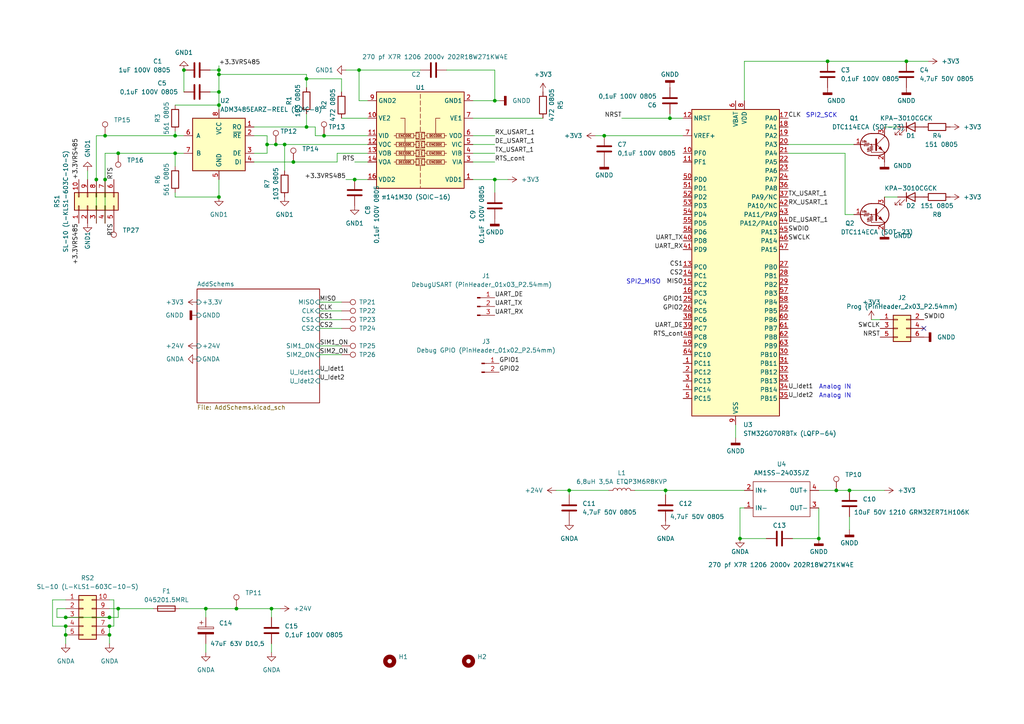
<source format=kicad_sch>
(kicad_sch (version 20230121) (generator eeschema)
  (paper "A4")
  (lib_symbols
    (symbol "Connector:Conn_01x02_Pin" (pin_names (offset 1.016) hide)
      (property "Reference" "J" (at 0 2.54 0))
      (property "Value" "Conn_01x02_Pin" (at 0 -5.08 0))
      (symbol "Conn_01x02_Pin_1_1"
        (pin passive line (at 5.08 0 180) (length 3.81) (name "Pin_1") (number "1"))
        (pin passive line (at 5.08 -2.54 180) (length 3.81) (name "Pin_2") (number "2"))
      )
    )
    (symbol "Connector:Conn_01x03_Pin" (pin_names (offset 1.016) hide)
      (property "Reference" "J" (at 0 5.08 0))
      (property "Value" "Conn_01x03_Pin" (at 0 -5.08 0))
      (symbol "Conn_01x03_Pin_1_1"
        (pin passive line (at 5.08 2.54 180) (length 3.81) (name "Pin_1") (number "1"))
        (pin passive line (at 5.08 0 180) (length 3.81) (name "Pin_2") (number "2"))
        (pin passive line (at 5.08 -2.54 180) (length 3.81) (name "Pin_3") (number "3"))
      )
    )
    (symbol "Connector:TestPoint" (pin_numbers hide) (pin_names (offset 0.762) hide)
      (property "Reference" "TP" (at 0 6.858 0))
      (property "Value" "TestPoint" (at 0 5.08 0))
      (symbol "TestPoint_1_1"
        (pin passive line (at 0 0 90) (length 2.54) (name "1") (number "1"))
      )
    )
    (symbol "Connector_Generic:Conn_02x03_Odd_Even" (pin_names (offset 1.016) hide)
      (property "Reference" "J" (at 1.27 5.08 0))
      (property "Value" "Conn_02x03_Odd_Even" (at 1.27 -5.08 0))
      (symbol "Conn_02x03_Odd_Even_1_1"
        (pin passive line (at -5.08 2.54 0) (length 3.81) (name "Pin_1") (number "1"))
        (pin passive line (at 7.62 2.54 180) (length 3.81) (name "Pin_2") (number "2"))
        (pin passive line (at -5.08 0 0) (length 3.81) (name "Pin_3") (number "3"))
        (pin passive line (at 7.62 0 180) (length 3.81) (name "Pin_4") (number "4"))
        (pin passive line (at -5.08 -2.54 0) (length 3.81) (name "Pin_5") (number "5"))
        (pin passive line (at 7.62 -2.54 180) (length 3.81) (name "Pin_6") (number "6"))
      )
    )
    (symbol "Connector_Generic:Conn_02x05_Counter_Clockwise" (pin_names (offset 1.016) hide)
      (property "Reference" "J" (at 1.27 7.62 0))
      (property "Value" "Conn_02x05_Counter_Clockwise" (at 1.27 -7.62 0))
      (symbol "Conn_02x05_Counter_Clockwise_1_1"
        (pin passive line (at -5.08 5.08 0) (length 3.81) (name "Pin_1") (number "1"))
        (pin passive line (at 7.62 5.08 180) (length 3.81) (name "Pin_10") (number "10"))
        (pin passive line (at -5.08 2.54 0) (length 3.81) (name "Pin_2") (number "2"))
        (pin passive line (at -5.08 0 0) (length 3.81) (name "Pin_3") (number "3"))
        (pin passive line (at -5.08 -2.54 0) (length 3.81) (name "Pin_4") (number "4"))
        (pin passive line (at -5.08 -5.08 0) (length 3.81) (name "Pin_5") (number "5"))
        (pin passive line (at 7.62 -5.08 180) (length 3.81) (name "Pin_6") (number "6"))
        (pin passive line (at 7.62 -2.54 180) (length 3.81) (name "Pin_7") (number "7"))
        (pin passive line (at 7.62 0 180) (length 3.81) (name "Pin_8") (number "8"))
        (pin passive line (at 7.62 2.54 180) (length 3.81) (name "Pin_9") (number "9"))
      )
    )
    (symbol "Converter_DCDC:AM1SS-"
      (property "Reference" "U" (at -1.27 2.54 0))
      (property "Value" "AM1SS-" (at 0 0 0))
      (symbol "AM1SS-_1_1"
        (pin input line (at -8.89 -5.08 0) (length 2.56) (name "IN-") (number "1"))
        (pin input line (at -8.89 -10.16 0) (length 2.56) (name "IN+") (number "2"))
        (pin output line (at 12.7 -5.08 180) (length 2.56) (name "OUT-") (number "3"))
        (pin output line (at 12.7 -10.16 180) (length 2.56) (name "OUT+") (number "4"))
      )
    )
    (symbol "Device:C" (pin_numbers hide) (pin_names (offset 0.254))
      (property "Reference" "C" (at 0.635 2.54 0))
      (property "Value" "C" (at 0.635 -2.54 0))
      (symbol "C_1_1"
        (pin passive line (at 0 3.81 270) (length 2.794) (name "~") (number "1"))
        (pin passive line (at 0 -3.81 90) (length 2.794) (name "~") (number "2"))
      )
    )
    (symbol "Device:C_Polarized" (pin_numbers hide) (pin_names (offset 0.254))
      (property "Reference" "C" (at 0.635 2.54 0))
      (property "Value" "C_Polarized" (at 0.635 -2.54 0))
      (symbol "C_Polarized_1_1"
        (pin passive line (at 0 3.81 270) (length 2.794) (name "~") (number "1"))
        (pin passive line (at 0 -3.81 90) (length 2.794) (name "~") (number "2"))
      )
    )
    (symbol "Device:Fuse" (pin_numbers hide) (pin_names (offset 0))
      (property "Reference" "F" (at 2.032 0 90))
      (property "Value" "Fuse" (at -1.905 0 90))
      (symbol "Fuse_1_1"
        (pin passive line (at 0 3.81 270) (length 1.27) (name "~") (number "1"))
        (pin passive line (at 0 -3.81 90) (length 1.27) (name "~") (number "2"))
      )
    )
    (symbol "Device:L" (pin_numbers hide) (pin_names (offset 1.016) hide)
      (property "Reference" "L" (at -1.27 0 90))
      (property "Value" "L" (at 1.905 0 90))
      (symbol "L_1_1"
        (pin passive line (at 0 3.81 270) (length 1.27) (name "1") (number "1"))
        (pin passive line (at 0 -3.81 90) (length 1.27) (name "2") (number "2"))
      )
    )
    (symbol "Device:LED" (pin_numbers hide) (pin_names (offset 1.016) hide)
      (property "Reference" "D" (at 0 2.54 0))
      (property "Value" "LED" (at 0 -2.54 0))
      (symbol "LED_1_1"
        (pin passive line (at -3.81 0 0) (length 2.54) (name "K") (number "1"))
        (pin passive line (at 3.81 0 180) (length 2.54) (name "A") (number "2"))
      )
    )
    (symbol "Device:R" (pin_numbers hide) (pin_names (offset 0))
      (property "Reference" "R" (at 2.032 0 90))
      (property "Value" "R" (at 0 0 90))
      (symbol "R_1_1"
        (pin passive line (at 0 3.81 270) (length 1.27) (name "~") (number "1"))
        (pin passive line (at 0 -3.81 90) (length 1.27) (name "~") (number "2"))
      )
    )
    (symbol "Interface_UART:SP3485CN" (pin_names (offset 1.016))
      (property "Reference" "U" (at -7.62 8.89 0))
      (property "Value" "SP3485CN" (at 2.54 8.89 0))
      (symbol "SP3485CN_1_1"
        (pin output line (at -10.16 5.08 0) (length 2.54) (name "RO") (number "1"))
        (pin input line (at -10.16 2.54 0) (length 2.54) (name "~{RE}") (number "2"))
        (pin input line (at -10.16 -2.54 0) (length 2.54) (name "DE") (number "3"))
        (pin input line (at -10.16 -5.08 0) (length 2.54) (name "DI") (number "4"))
        (pin power_in line (at 0 -10.16 90) (length 2.54) (name "GND") (number "5"))
        (pin bidirectional line (at 10.16 2.54 180) (length 2.54) (name "A") (number "6"))
        (pin bidirectional line (at 10.16 -2.54 180) (length 2.54) (name "B") (number "7"))
        (pin power_in line (at 0 10.16 270) (length 2.54) (name "VCC") (number "8"))
      )
    )
    (symbol "Isolator:π141M3x"
      (property "Reference" "U" (at 0 19.05 0))
      (property "Value" "π141M3x" (at 0 16.51 0))
      (symbol "π141M3x_0_0"
        (text "DECODE" (at -4.445 0 0) (effects (font (size 0.635 0.635))))
        (text "DECODE" (at 4.445 2.54 0) (effects (font (size 0.635 0.635))))
        (text "DECODE" (at 4.445 5.08 0) (effects (font (size 0.635 0.635))))
        (text "DECODE" (at 4.445 7.62 0) (effects (font (size 0.635 0.635))))
        (text "ENCODE" (at -4.445 2.54 0) (effects (font (size 0.635 0.635))))
        (text "ENCODE" (at -4.445 5.08 0) (effects (font (size 0.635 0.635))))
        (text "ENCODE" (at -4.445 7.62 0) (effects (font (size 0.635 0.635))))
        (text "ENCODE" (at 4.445 0 0) (effects (font (size 0.635 0.635))))
      )
      (symbol "π141M3x_1_1"
        (pin power_in line (at -15.24 12.7 0) (length 2.54) (name "VDD1") (number "1"))
        (pin input line (at 15.24 -5.08 180) (length 2.54) (name "VE2") (number "10"))
        (pin input line (at 15.24 0 180) (length 2.54) (name "VID") (number "11"))
        (pin output line (at 15.24 2.54 180) (length 2.54) (name "VOC") (number "12"))
        (pin output line (at 15.24 5.08 180) (length 2.54) (name "VOB") (number "13"))
        (pin output line (at 15.24 7.62 180) (length 2.54) (name "VOA") (number "14"))
        (pin passive line (at 15.24 -10.16 180) (length 2.54) hide (name "GND2") (number "15"))
        (pin power_in line (at 15.24 12.7 180) (length 2.54) (name "VDD2") (number "16"))
        (pin power_in line (at -15.24 -10.16 0) (length 2.54) (name "GND1") (number "2"))
        (pin input line (at -15.24 7.62 0) (length 2.54) (name "VIA") (number "3"))
        (pin input line (at -15.24 5.08 0) (length 2.54) (name "VIB") (number "4"))
        (pin input line (at -15.24 2.54 0) (length 2.54) (name "VIC") (number "5"))
        (pin output line (at -15.24 0 0) (length 2.54) (name "VOD") (number "6"))
        (pin input line (at -15.24 -5.08 0) (length 2.54) (name "VE1") (number "7"))
        (pin passive line (at -15.24 -10.16 0) (length 2.54) hide (name "GND1") (number "8"))
        (pin power_in line (at 15.24 -10.16 180) (length 2.54) (name "GND2") (number "9"))
      )
    )
    (symbol "MCU_ST_STM32G0:STM32G070RBTx"
      (property "Reference" "U" (at -12.7 46.99 0))
      (property "Value" "STM32G070RBTx" (at 5.08 46.99 0))
      (symbol "STM32G070RBTx_1_1"
        (pin bidirectional line (at -15.24 -27.94 0) (length 2.54) (name "PC11") (number "1"))
        (pin bidirectional line (at -15.24 33.02 0) (length 2.54) (name "PF0") (number "10"))
        (pin bidirectional line (at -15.24 30.48 0) (length 2.54) (name "PF1") (number "11"))
        (pin input line (at -15.24 43.18 0) (length 2.54) (name "NRST") (number "12"))
        (pin bidirectional line (at -15.24 0 0) (length 2.54) (name "PC0") (number "13"))
        (pin bidirectional line (at -15.24 -2.54 0) (length 2.54) (name "PC1") (number "14"))
        (pin bidirectional line (at -15.24 -5.08 0) (length 2.54) (name "PC2") (number "15"))
        (pin bidirectional line (at -15.24 -7.62 0) (length 2.54) (name "PC3") (number "16"))
        (pin bidirectional line (at 15.24 43.18 180) (length 2.54) (name "PA0") (number "17"))
        (pin bidirectional line (at 15.24 40.64 180) (length 2.54) (name "PA1") (number "18"))
        (pin bidirectional line (at 15.24 38.1 180) (length 2.54) (name "PA2") (number "19"))
        (pin bidirectional line (at -15.24 -30.48 0) (length 2.54) (name "PC12") (number "2"))
        (pin bidirectional line (at 15.24 35.56 180) (length 2.54) (name "PA3") (number "20"))
        (pin bidirectional line (at 15.24 33.02 180) (length 2.54) (name "PA4") (number "21"))
        (pin bidirectional line (at 15.24 30.48 180) (length 2.54) (name "PA5") (number "22"))
        (pin bidirectional line (at 15.24 27.94 180) (length 2.54) (name "PA6") (number "23"))
        (pin bidirectional line (at 15.24 25.4 180) (length 2.54) (name "PA7") (number "24"))
        (pin bidirectional line (at -15.24 -10.16 0) (length 2.54) (name "PC4") (number "25"))
        (pin bidirectional line (at -15.24 -12.7 0) (length 2.54) (name "PC5") (number "26"))
        (pin bidirectional line (at 15.24 0 180) (length 2.54) (name "PB0") (number "27"))
        (pin bidirectional line (at 15.24 -2.54 180) (length 2.54) (name "PB1") (number "28"))
        (pin bidirectional line (at 15.24 -5.08 180) (length 2.54) (name "PB2") (number "29"))
        (pin bidirectional line (at -15.24 -33.02 0) (length 2.54) (name "PC13") (number "3"))
        (pin bidirectional line (at 15.24 -25.4 180) (length 2.54) (name "PB10") (number "30"))
        (pin bidirectional line (at 15.24 -27.94 180) (length 2.54) (name "PB11") (number "31"))
        (pin bidirectional line (at 15.24 -30.48 180) (length 2.54) (name "PB12") (number "32"))
        (pin bidirectional line (at 15.24 -33.02 180) (length 2.54) (name "PB13") (number "33"))
        (pin bidirectional line (at 15.24 -35.56 180) (length 2.54) (name "PB14") (number "34"))
        (pin bidirectional line (at 15.24 -38.1 180) (length 2.54) (name "PB15") (number "35"))
        (pin bidirectional line (at 15.24 22.86 180) (length 2.54) (name "PA8") (number "36"))
        (pin bidirectional line (at 15.24 20.32 180) (length 2.54) (name "PA9/NC") (number "37"))
        (pin bidirectional line (at -15.24 -15.24 0) (length 2.54) (name "PC6") (number "38"))
        (pin bidirectional line (at -15.24 -17.78 0) (length 2.54) (name "PC7") (number "39"))
        (pin bidirectional line (at -15.24 -35.56 0) (length 2.54) (name "PC14") (number "4"))
        (pin bidirectional line (at -15.24 7.62 0) (length 2.54) (name "PD8") (number "40"))
        (pin bidirectional line (at -15.24 5.08 0) (length 2.54) (name "PD9") (number "41"))
        (pin bidirectional line (at 15.24 17.78 180) (length 2.54) (name "PA10/NC") (number "42"))
        (pin bidirectional line (at 15.24 15.24 180) (length 2.54) (name "PA11/PA9") (number "43"))
        (pin bidirectional line (at 15.24 12.7 180) (length 2.54) (name "PA12/PA10") (number "44"))
        (pin bidirectional line (at 15.24 10.16 180) (length 2.54) (name "PA13") (number "45"))
        (pin bidirectional line (at 15.24 7.62 180) (length 2.54) (name "PA14") (number "46"))
        (pin bidirectional line (at 15.24 5.08 180) (length 2.54) (name "PA15") (number "47"))
        (pin bidirectional line (at -15.24 -20.32 0) (length 2.54) (name "PC8") (number "48"))
        (pin bidirectional line (at -15.24 -22.86 0) (length 2.54) (name "PC9") (number "49"))
        (pin bidirectional line (at -15.24 -38.1 0) (length 2.54) (name "PC15") (number "5"))
        (pin bidirectional line (at -15.24 25.4 0) (length 2.54) (name "PD0") (number "50"))
        (pin bidirectional line (at -15.24 22.86 0) (length 2.54) (name "PD1") (number "51"))
        (pin bidirectional line (at -15.24 20.32 0) (length 2.54) (name "PD2") (number "52"))
        (pin bidirectional line (at -15.24 17.78 0) (length 2.54) (name "PD3") (number "53"))
        (pin bidirectional line (at -15.24 15.24 0) (length 2.54) (name "PD4") (number "54"))
        (pin bidirectional line (at -15.24 12.7 0) (length 2.54) (name "PD5") (number "55"))
        (pin bidirectional line (at -15.24 10.16 0) (length 2.54) (name "PD6") (number "56"))
        (pin bidirectional line (at 15.24 -7.62 180) (length 2.54) (name "PB3") (number "57"))
        (pin bidirectional line (at 15.24 -10.16 180) (length 2.54) (name "PB4") (number "58"))
        (pin bidirectional line (at 15.24 -12.7 180) (length 2.54) (name "PB5") (number "59"))
        (pin power_in line (at 0 48.26 270) (length 2.54) (name "VBAT") (number "6"))
        (pin bidirectional line (at 15.24 -15.24 180) (length 2.54) (name "PB6") (number "60"))
        (pin bidirectional line (at 15.24 -17.78 180) (length 2.54) (name "PB7") (number "61"))
        (pin bidirectional line (at 15.24 -20.32 180) (length 2.54) (name "PB8") (number "62"))
        (pin bidirectional line (at 15.24 -22.86 180) (length 2.54) (name "PB9") (number "63"))
        (pin bidirectional line (at -15.24 -25.4 0) (length 2.54) (name "PC10") (number "64"))
        (pin input line (at -15.24 38.1 0) (length 2.54) (name "VREF+") (number "7"))
        (pin power_in line (at 2.54 48.26 270) (length 2.54) (name "VDD") (number "8"))
        (pin power_in line (at 0 -45.72 90) (length 2.54) (name "VSS") (number "9"))
      )
    )
    (symbol "Mechanical:MountingHole" (pin_names (offset 1.016))
      (property "Reference" "H" (at 0 5.08 0))
      (property "Value" "MountingHole" (at 0 3.175 0))
    )
    (symbol "PCM_4ms_Power-symbol:GNDA" (power) (pin_numbers hide) (pin_names (offset 0) hide)
      (property "Value" "GNDA" (at 0 -3.81 0))
      (symbol "GNDA_1_1"
        (pin power_in line (at 0 0 270) (length 0) hide (name "GNDA") (number "1"))
      )
    )
    (symbol "Transistor_BJT:DTC114E" (pin_names (offset 0) hide)
      (property "Reference" "Q" (at 5.08 1.905 0))
      (property "Value" "DTC114E" (at 5.08 0 0))
      (symbol "DTC114E_0_0"
        (text "10k" (at -3.302 0.889 0) (effects (font (size 0.508 0.508))))
        (text "10k" (at -2.159 -1.524 900) (effects (font (size 0.508 0.508))))
      )
      (symbol "DTC114E_1_1"
        (pin input line (at -6.35 0 0) (length 2.54) (name "B") (number "1"))
        (pin passive line (at 2.54 -5.08 90) (length 2.54) (name "E") (number "2"))
        (pin passive line (at 2.54 5.08 270) (length 2.54) (name "C") (number "3"))
      )
    )
    (symbol "power:+24V" (power) (pin_numbers hide) (pin_names (offset 0) hide)
      (property "Value" "+24V" (at 0 3.556 0))
      (symbol "+24V_1_1"
        (pin power_in line (at 0 0 90) (length 0) hide (name "+24V") (number "1"))
      )
    )
    (symbol "power:+3V3" (power) (pin_numbers hide) (pin_names (offset 0) hide)
      (property "Value" "+3V3" (at 0 3.556 0))
      (symbol "+3V3_1_1"
        (pin power_in line (at 0 0 90) (length 0) hide (name "+3V3") (number "1"))
      )
    )
    (symbol "power:GND1" (power) (pin_numbers hide) (pin_names (offset 0) hide)
      (property "Value" "GND1" (at 0 -3.81 0))
      (symbol "GND1_1_1"
        (pin power_in line (at 0 0 270) (length 0) hide (name "GND1") (number "1"))
      )
    )
    (symbol "power:GNDD" (power) (pin_numbers hide) (pin_names (offset 0) hide)
      (property "Value" "GNDD" (at 0 -3.175 0))
      (symbol "GNDD_1_1"
        (pin power_in line (at 0 0 270) (length 0) hide (name "GNDD") (number "1"))
      )
    )
  )
  (junction (at 240.03 17.78))
  (junction (at 19.05 184.15))
  (junction (at 34.29 176.53))
  (junction (at 165.1 142.24))
  (junction (at 27.94 52.07))
  (junction (at 31.75 181.61))
  (junction (at 63.5 20.32))
  (junction (at 104.14 20.32))
  (junction (at 63.5 57.15))
  (junction (at 77.47 41.91))
  (junction (at 193.04 142.24))
  (junction (at 143.51 29.21))
  (junction (at 63.5 30.48))
  (junction (at 214.63 156.21))
  (junction (at 78.74 176.53))
  (junction (at 50.8 44.45))
  (junction (at 88.9 22.86))
  (junction (at 194.31 34.29))
  (junction (at 85.09 46.99))
  (junction (at 31.75 179.07))
  (junction (at 88.9 36.83))
  (junction (at 19.05 181.61))
  (junction (at 102.87 52.07))
  (junction (at 143.51 52.07))
  (junction (at 50.8 39.37))
  (junction (at 63.5 26.67))
  (junction (at 30.48 39.37))
  (junction (at 31.75 184.15))
  (junction (at 34.29 44.45))
  (junction (at 63.5 21.59))
  (junction (at 30.48 52.07))
  (junction (at 19.05 179.07))
  (junction (at 242.57 142.24))
  (junction (at 82.55 41.91))
  (junction (at 175.26 39.37))
  (junction (at 237.49 156.21))
  (junction (at 53.34 20.32))
  (junction (at 246.38 142.24))
  (junction (at 80.01 41.91))
  (junction (at 262.89 17.78))
  (junction (at 68.58 176.53))
  (junction (at 93.98 39.37))
  (junction (at 59.69 176.53))
  (no_connect (at 267.97 95.25))
  (wire (pts (xy 68.58 176.53) (xy 78.74 176.53)))
  (wire (pts (xy 50.8 48.26) (xy 50.8 44.45)))
  (wire (pts (xy 161.29 142.24) (xy 165.1 142.24)))
  (wire (pts (xy 63.5 52.07) (xy 63.5 57.15)))
  (wire (pts (xy 63.5 21.59) (xy 88.9 21.59)))
  (wire (pts (xy 88.9 36.83) (xy 73.66 36.83)))
  (wire (pts (xy 88.9 33.02) (xy 88.9 36.83)))
  (wire (pts (xy 137.16 34.29) (xy 157.48 34.29)))
  (wire (pts (xy 198.12 34.29) (xy 194.31 34.29)))
  (wire (pts (xy 30.48 44.45) (xy 30.48 52.07)))
  (wire (pts (xy 260.35 36.83) (xy 256.54 36.83)))
  (wire (pts (xy 180.34 34.29) (xy 194.31 34.29)))
  (wire (pts (xy 143.51 52.07) (xy 147.32 52.07)))
  (wire (pts (xy 245.11 62.23) (xy 247.65 62.23)))
  (wire (pts (xy 215.9 17.78) (xy 215.9 29.21)))
  (wire (pts (xy 73.66 39.37) (xy 77.47 39.37)))
  (wire (pts (xy 99.06 26.67) (xy 99.06 22.86)))
  (wire (pts (xy 104.14 29.21) (xy 106.68 29.21)))
  (wire (pts (xy 91.44 36.83) (xy 91.44 39.37)))
  (wire (pts (xy 213.36 123.19) (xy 213.36 127)))
  (wire (pts (xy 52.07 176.53) (xy 59.69 176.53)))
  (wire (pts (xy 91.44 39.37) (xy 93.98 39.37)))
  (wire (pts (xy 143.51 20.32) (xy 143.51 29.21)))
  (wire (pts (xy 97.79 46.99) (xy 97.79 44.45)))
  (wire (pts (xy 165.1 143.51) (xy 165.1 142.24)))
  (wire (pts (xy 33.02 173.99) (xy 33.02 181.61)))
  (wire (pts (xy 92.71 100.33) (xy 99.06 100.33)))
  (wire (pts (xy 97.79 44.45) (xy 106.68 44.45)))
  (wire (pts (xy 137.16 29.21) (xy 143.51 29.21)))
  (wire (pts (xy 31.75 184.15) (xy 31.75 186.69)))
  (wire (pts (xy 137.16 46.99) (xy 143.51 46.99)))
  (wire (pts (xy 77.47 44.45) (xy 73.66 44.45)))
  (wire (pts (xy 92.71 87.63) (xy 99.06 87.63)))
  (wire (pts (xy 31.75 176.53) (xy 34.29 176.53)))
  (wire (pts (xy 19.05 176.53) (xy 16.51 176.53)))
  (wire (pts (xy 228.6 44.45) (xy 245.11 44.45)))
  (wire (pts (xy 104.14 20.32) (xy 121.92 20.32)))
  (wire (pts (xy 50.8 30.48) (xy 63.5 30.48)))
  (wire (pts (xy 25.4 49.53) (xy 25.4 52.07)))
  (wire (pts (xy 78.74 189.23) (xy 78.74 186.69)))
  (wire (pts (xy 27.94 39.37) (xy 30.48 39.37)))
  (wire (pts (xy 15.24 173.99) (xy 15.24 181.61)))
  (wire (pts (xy 240.03 17.78) (xy 262.89 17.78)))
  (wire (pts (xy 78.74 176.53) (xy 78.74 179.07)))
  (wire (pts (xy 82.55 41.91) (xy 82.55 49.53)))
  (wire (pts (xy 60.96 20.32) (xy 63.5 20.32)))
  (wire (pts (xy 228.6 41.91) (xy 247.65 41.91)))
  (wire (pts (xy 165.1 142.24) (xy 176.53 142.24)))
  (wire (pts (xy 63.5 21.59) (xy 63.5 26.67)))
  (wire (pts (xy 34.29 179.07) (xy 34.29 176.53)))
  (wire (pts (xy 63.5 30.48) (xy 63.5 31.75)))
  (wire (pts (xy 31.75 181.61) (xy 31.75 184.15)))
  (wire (pts (xy 143.51 29.21) (xy 144.78 29.21)))
  (wire (pts (xy 77.47 41.91) (xy 77.47 44.45)))
  (wire (pts (xy 81.28 176.53) (xy 78.74 176.53)))
  (wire (pts (xy 184.15 142.24) (xy 193.04 142.24)))
  (wire (pts (xy 102.87 46.99) (xy 106.68 46.99)))
  (wire (pts (xy 30.48 44.45) (xy 34.29 44.45)))
  (wire (pts (xy 229.87 156.21) (xy 237.49 156.21)))
  (wire (pts (xy 129.54 20.32) (xy 143.51 20.32)))
  (wire (pts (xy 85.09 46.99) (xy 97.79 46.99)))
  (wire (pts (xy 27.94 39.37) (xy 27.94 52.07)))
  (wire (pts (xy 137.16 39.37) (xy 143.51 39.37)))
  (wire (pts (xy 194.31 34.29) (xy 194.31 33.02)))
  (wire (pts (xy 50.8 57.15) (xy 63.5 57.15)))
  (wire (pts (xy 19.05 181.61) (xy 19.05 184.15)))
  (wire (pts (xy 77.47 41.91) (xy 80.01 41.91)))
  (wire (pts (xy 92.71 95.25) (xy 99.06 95.25)))
  (wire (pts (xy 245.11 44.45) (xy 245.11 62.23)))
  (wire (pts (xy 91.44 36.83) (xy 88.9 36.83)))
  (wire (pts (xy 31.75 179.07) (xy 34.29 179.07)))
  (wire (pts (xy 34.29 176.53) (xy 44.45 176.53)))
  (wire (pts (xy 59.69 176.53) (xy 59.69 179.07)))
  (wire (pts (xy 100.33 52.07) (xy 102.87 52.07)))
  (wire (pts (xy 252.73 92.71) (xy 255.27 92.71)))
  (wire (pts (xy 256.54 57.15) (xy 260.35 57.15)))
  (wire (pts (xy 92.71 90.17) (xy 99.06 90.17)))
  (wire (pts (xy 53.34 20.32) (xy 53.34 26.67)))
  (wire (pts (xy 50.8 44.45) (xy 53.34 44.45)))
  (wire (pts (xy 19.05 184.15) (xy 19.05 186.69)))
  (wire (pts (xy 193.04 143.51) (xy 193.04 142.24)))
  (wire (pts (xy 63.5 19.05) (xy 63.5 20.32)))
  (wire (pts (xy 50.8 39.37) (xy 53.34 39.37)))
  (wire (pts (xy 80.01 41.91) (xy 82.55 41.91)))
  (wire (pts (xy 77.47 39.37) (xy 77.47 41.91)))
  (wire (pts (xy 237.49 142.24) (xy 242.57 142.24)))
  (wire (pts (xy 16.51 176.53) (xy 16.51 179.07)))
  (wire (pts (xy 242.57 142.24) (xy 246.38 142.24)))
  (wire (pts (xy 104.14 20.32) (xy 104.14 29.21)))
  (wire (pts (xy 33.02 181.61) (xy 31.75 181.61)))
  (wire (pts (xy 214.63 156.21) (xy 222.25 156.21)))
  (wire (pts (xy 50.8 55.88) (xy 50.8 57.15)))
  (wire (pts (xy 262.89 17.78) (xy 269.24 17.78)))
  (wire (pts (xy 82.55 41.91) (xy 106.68 41.91)))
  (wire (pts (xy 214.63 147.32) (xy 214.63 156.21)))
  (wire (pts (xy 215.9 17.78) (xy 240.03 17.78)))
  (wire (pts (xy 102.87 52.07) (xy 106.68 52.07)))
  (wire (pts (xy 59.69 176.53) (xy 68.58 176.53)))
  (wire (pts (xy 63.5 20.32) (xy 63.5 21.59)))
  (wire (pts (xy 172.72 39.37) (xy 175.26 39.37)))
  (wire (pts (xy 88.9 22.86) (xy 88.9 25.4)))
  (wire (pts (xy 99.06 34.29) (xy 106.68 34.29)))
  (wire (pts (xy 59.69 186.69) (xy 59.69 189.23)))
  (wire (pts (xy 63.5 26.67) (xy 63.5 30.48)))
  (wire (pts (xy 30.48 64.77) (xy 30.48 52.07)))
  (wire (pts (xy 88.9 22.86) (xy 99.06 22.86)))
  (wire (pts (xy 137.16 41.91) (xy 143.51 41.91)))
  (wire (pts (xy 92.71 92.71) (xy 99.06 92.71)))
  (wire (pts (xy 50.8 38.1) (xy 50.8 39.37)))
  (wire (pts (xy 215.9 147.32) (xy 214.63 147.32)))
  (wire (pts (xy 60.96 26.67) (xy 63.5 26.67)))
  (wire (pts (xy 15.24 181.61) (xy 19.05 181.61)))
  (wire (pts (xy 237.49 147.32) (xy 237.49 156.21)))
  (wire (pts (xy 137.16 52.07) (xy 143.51 52.07)))
  (wire (pts (xy 19.05 179.07) (xy 31.75 179.07)))
  (wire (pts (xy 100.33 20.32) (xy 104.14 20.32)))
  (wire (pts (xy 88.9 22.86) (xy 88.9 21.59)))
  (wire (pts (xy 93.98 39.37) (xy 106.68 39.37)))
  (wire (pts (xy 30.48 39.37) (xy 50.8 39.37)))
  (wire (pts (xy 16.51 179.07) (xy 19.05 179.07)))
  (wire (pts (xy 31.75 173.99) (xy 33.02 173.99)))
  (wire (pts (xy 175.26 39.37) (xy 198.12 39.37)))
  (wire (pts (xy 27.94 64.77) (xy 27.94 52.07)))
  (wire (pts (xy 193.04 142.24) (xy 215.9 142.24)))
  (wire (pts (xy 137.16 44.45) (xy 143.51 44.45)))
  (wire (pts (xy 143.51 52.07) (xy 143.51 55.88)))
  (wire (pts (xy 34.29 44.45) (xy 50.8 44.45)))
  (wire (pts (xy 19.05 173.99) (xy 15.24 173.99)))
  (wire (pts (xy 246.38 142.24) (xy 256.54 142.24)))
  (wire (pts (xy 92.71 102.87) (xy 99.06 102.87)))
  (wire (pts (xy 73.66 46.99) (xy 85.09 46.99)))
  (wire (pts (xy 246.38 149.86) (xy 246.38 153.67)))
  (text "SPI2_SCK" (at 233.68 34.29 0) (effects (font (size 1.27 1.27)) (justify left bottom)))
  (text "Analog IN" (at 237.49 115.57 0) (effects (font (size 1.27 1.27)) (justify left bottom)))
  (text "SPI2_MISO" (at 181.61 82.55 0) (effects (font (size 1.27 1.27)) (justify left bottom)))
  (text "Analog IN" (at 237.49 113.03 0) (effects (font (size 1.27 1.27)) (justify left bottom)))
  (label "SIM1_ON" (at 92.71 100.33 0))
  (label "+3.3VRS485" (at 63.5 19.05 0))
  (label "RX_USART_1" (at 228.6 59.69 0))
  (label "GPIO2" (at 144.78 107.95 0))
  (label "CLK" (at 228.6 34.29 0))
  (label "RTS" (at 33.02 52.07 90))
  (label "U_Idet2" (at 92.71 110.49 0))
  (label "MISO" (at 198.12 82.55 180))
  (label "CS2" (at 198.12 80.01 180))
  (label "SWDIO" (at 228.6 67.31 0))
  (label "RTS_cont" (at 198.12 97.79 180))
  (label "UART_TX" (at 198.12 69.85 180))
  (label "NRST" (at 180.34 34.29 180))
  (label "MISO" (at 92.71 87.63 0))
  (label "GPIO2" (at 198.12 90.17 180))
  (label "UART_RX" (at 198.12 72.39 180))
  (label "UART_DE" (at 198.12 95.25 180))
  (label "SWCLK" (at 255.27 95.25 180))
  (label "+3.3VRS485" (at 100.33 52.07 180))
  (label "+3.3VRS485" (at 22.86 64.77 270))
  (label "DE_USART_1" (at 228.6 64.77 0))
  (label "UART_RX" (at 143.51 91.44 0))
  (label "U_Idet2" (at 228.6 115.57 0))
  (label "TX_USART_1" (at 143.51 44.45 0))
  (label "CS2" (at 92.71 95.25 0))
  (label "CS1" (at 92.71 92.71 0))
  (label "DE_USART_1" (at 143.51 41.91 0))
  (label "RX_USART_1" (at 143.51 39.37 0))
  (label "RTS" (at 102.87 46.99 180))
  (label "SWCLK" (at 228.6 69.85 0))
  (label "RTS_cont" (at 143.51 46.99 0))
  (label "TX_USART_1" (at 228.6 57.15 0))
  (label "NRST" (at 255.27 97.79 180))
  (label "SWDIO" (at 267.97 92.71 0))
  (label "CLK" (at 92.71 90.17 0))
  (label "GPIO1" (at 198.12 87.63 180))
  (label "RTS" (at 33.02 64.77 270))
  (label "UART_DE" (at 143.51 86.36 0))
  (label "GPIO1" (at 144.78 105.41 0))
  (label "+3.3VRS485" (at 22.86 52.07 90))
  (label "SIM2_ON" (at 92.71 102.87 0))
  (label "U_Idet1" (at 92.71 107.95 0))
  (label "CS1" (at 198.12 77.47 180))
  (label "UART_TX" (at 143.51 88.9 0))
  (label "U_Idet1" (at 228.6 113.03 0))
  (symbol (lib_id "Connector:TestPoint") (at 68.58 176.53 0) (unit 1) (in_bom no)
    (property "Reference" "TP11" (at 71.12 171.958 0) (effects (justify left)))
    (property "Value" "TestPoint" (effects hide))
    (property "Footprint" "PCM_4ms_TestPoint:TestPoint_D1" (effects hide))
  )
  (symbol (lib_id "Connector:Conn_01x03_Pin") (at 138.43 88.9 0) (unit 1)
    (property "Reference" "J1" (at 140.97 80.01 0))
    (property "Value" "DebugUSART (PinHeader_01x03_P2.54mm)" (at 139.7 82.55 0))
    (property "Footprint" "Connector_PinHeader_2.54mm:PinHeader_1x03_P2.54mm_Vertical" (effects hide))
  )
  (symbol (lib_id "Device:R") (at 50.8 52.07 180) (unit 1)
    (property "Reference" "R6" (at 45.72 52.07 90))
    (property "Value" "561 0805" (at 48.26 52.07 90))
    (property "Footprint" "PCM_4ms_Resistor:R_0805_2012Metric" (effects hide))
  )
  (symbol (lib_id "PCM_4ms_Power-symbol:GNDA") (at 165.1 151.13 0) (unit 1)
    (property "Reference" "#PWR026" (effects hide))
    (property "Value" "GNDA" (at 165.1 156.21 0))
  )
  (symbol (lib_id "Connector:TestPoint") (at 80.01 41.91 0) (unit 1) (in_bom no)
    (property "Reference" "TP12" (at 81.28 38.1 0) (effects (justify left)))
    (property "Value" "TestPoint" (effects hide))
    (property "Footprint" "PCM_4ms_TestPoint:TestPoint_D1" (effects hide))
  )
  (symbol (lib_id "power:GNDD") (at 240.03 25.4 0) (unit 1)
    (property "Reference" "#PWR05" (effects hide))
    (property "Value" "GNDD" (at 242.57 29.21 0))
  )
  (symbol (lib_id "Device:C") (at 78.74 182.88 0) (unit 1)
    (property "Reference" "C15" (at 82.55 181.61 0) (effects (justify left)))
    (property "Value" "0,1uF 100V 0805" (at 82.55 184.15 0) (effects (justify left)))
    (property "Footprint" "Capacitor_SMD:C_0805_2012Metric_Pad1.18x1.45mm_HandSolder" (effects hide))
  )
  (symbol (lib_id "power:GND1") (at 63.5 57.15 0) (unit 1)
    (property "Reference" "#PWR013" (effects hide))
    (property "Value" "GND1" (at 63.5 62.23 0))
  )
  (symbol (lib_id "power:GNDD") (at 267.97 97.79 90) (unit 1)
    (property "Reference" "#PWR022" (effects hide))
    (property "Value" "GNDD" (at 271.78 97.79 90) (effects (justify right)))
  )
  (symbol (lib_id "Connector:TestPoint") (at 33.02 64.77 180) (unit 1) (in_bom no)
    (property "Reference" "TP27" (at 35.56 66.802 0) (effects (justify right)))
    (property "Value" "TestPoint" (effects hide))
    (property "Footprint" "PCM_4ms_TestPoint:TestPoint_D1" (effects hide))
  )
  (symbol (lib_id "Device:Fuse") (at 48.26 176.53 90) (unit 1)
    (property "Reference" "F1" (at 48.26 171.45 90))
    (property "Value" "045201.5MRL" (at 48.26 173.99 90))
    (property "Footprint" "PCM_Fuse_Handsoldering_AKL:Fuse_Littelfuse-NANO2-451_453" (effects hide))
  )
  (symbol (lib_id "power:GNDD") (at 194.31 25.4 180) (unit 1)
    (property "Reference" "#PWR04" (effects hide))
    (property "Value" "GNDD" (at 194.31 21.59 0))
  )
  (symbol (lib_id "power:GNDD") (at 57.15 91.44 270) (unit 1)
    (property "Reference" "#PWR063" (effects hide))
    (property "Value" "GNDD" (at 53.34 91.44 90) (effects (justify right)))
  )
  (symbol (lib_id "Connector:TestPoint") (at 34.29 44.45 180) (unit 1) (in_bom no)
    (property "Reference" "TP16" (at 36.83 46.482 0) (effects (justify right)))
    (property "Value" "TestPoint" (effects hide))
    (property "Footprint" "PCM_4ms_TestPoint:TestPoint_D1" (effects hide))
  )
  (symbol (lib_id "Connector_Generic:Conn_02x05_Counter_Clockwise") (at 24.13 179.07 0) (unit 1) (in_bom no)
    (property "Reference" "RS2" (at 25.4 167.64 0))
    (property "Value" "SL-10 (L-KLS1-603C-10-S)" (at 25.4 170.18 0))
    (property "Footprint" "Connector:Edge_Conn_KLS1-603-10" (effects hide))
  )
  (symbol (lib_id "power:GND1") (at 25.4 49.53 180) (unit 1)
    (property "Reference" "#PWR012" (effects hide))
    (property "Value" "GND1" (at 25.4 45.72 90) (effects (justify right)))
  )
  (symbol (lib_id "Isolator:π141M3x") (at 121.92 39.37 180) (unit 1)
    (property "Reference" "U1" (at 121.92 25.4 0))
    (property "Value" "π141M30 (SOIC-16)" (at 120.65 57.15 0))
    (property "Footprint" "Package_SO:SOIC-16_3.9x9.9mm_P1.27mm" (effects hide))
    (property "Datasheet" "https://wmsc.lcsc.com/wmsc/upload/file/pdf/v2/lcsc/2001082007_2Pai-Semi--141M30_C471604.pdf" (effects hide))
  )
  (symbol (lib_id "Device:C") (at 175.26 43.18 0) (unit 1)
    (property "Reference" "C7" (at 179.07 41.91 0) (effects (justify left)))
    (property "Value" "0,1uF 100V 0805" (at 179.07 44.45 0) (effects (justify left)))
    (property "Footprint" "Capacitor_SMD:C_0805_2012Metric_Pad1.18x1.45mm_HandSolder" (effects hide))
  )
  (symbol (lib_id "power:GND1") (at 100.33 20.32 270) (unit 1)
    (property "Reference" "#PWR03" (effects hide))
    (property "Value" "GND1" (at 91.44 20.32 90) (effects (justify left)))
  )
  (symbol (lib_id "Device:C") (at 246.38 146.05 0) (unit 1)
    (property "Reference" "C10" (at 250.19 144.78 0) (effects (justify left)))
    (property "Value" "10uF 50V 1210 GRM32ER71H106K" (at 247.65 148.59 0) (effects (justify left)))
    (property "Footprint" "PCM_Capacitor_SMD_AKL:C_1210_3225Metric_Pad1.42x2.65mm_HandSolder" (effects hide))
  )
  (symbol (lib_id "power:GNDD") (at 175.26 46.99 0) (unit 1)
    (property "Reference" "#PWR010" (effects hide))
    (property "Value" "GNDD" (at 175.26 50.8 0))
  )
  (symbol (lib_id "Connector:TestPoint") (at 99.06 92.71 270) (unit 1)
    (property "Reference" "TP23" (at 104.14 92.71 90) (effects (justify left)))
    (property "Value" "TestPoint" (effects hide))
    (property "Footprint" "PCM_4ms_TestPoint:TestPoint_D1" (effects hide))
  )
  (symbol (lib_id "Connector:TestPoint") (at 93.98 39.37 0) (unit 1) (in_bom no)
    (property "Reference" "TP13" (at 95.25 36.83 0) (effects (justify left)))
    (property "Value" "TestPoint" (effects hide))
    (property "Footprint" "PCM_4ms_TestPoint:TestPoint_D1" (effects hide))
  )
  (symbol (lib_id "MCU_ST_STM32G0:STM32G070RBTx") (at 213.36 77.47 0) (unit 1)
    (property "Reference" "U3" (at 215.5541 123.19 0) (effects (justify left)))
    (property "Value" "STM32G070RBTx (LQFP-64)" (at 215.5541 125.73 0) (effects (justify left)))
    (property "Footprint" "Package_QFP:LQFP-64_10x10mm_P0.5mm" (effects hide))
    (property "Datasheet" "https://www.st.com/resource/en/datasheet/stm32g070rb.pdf" (effects hide))
  )
  (symbol (lib_id "Transistor_BJT:DTC114E") (at 254 62.23 0) (unit 1)
    (property "Reference" "Q2" (at 245.11 64.77 0) (effects (justify left)))
    (property "Value" "DTC114ECA (SOT-23)" (at 243.84 67.31 0) (effects (justify left)))
    (property "Footprint" "Package_TO_SOT_SMD:SOT-23" (effects hide))
  )
  (symbol (lib_id "Device:C") (at 193.04 147.32 0) (unit 1)
    (property "Reference" "C12" (at 196.85 146.05 0) (effects (justify left)))
    (property "Value" "4,7uF 50V 0805" (at 194.31 149.86 0) (effects (justify left)))
    (property "Footprint" "Capacitor_SMD:C_0805_2012Metric_Pad1.18x1.45mm_HandSolder" (effects hide))
  )
  (symbol (lib_id "Connector:TestPoint") (at 99.06 102.87 270) (unit 1)
    (property "Reference" "TP26" (at 104.14 102.87 90) (effects (justify left)))
    (property "Value" "TestPoint" (effects hide))
    (property "Footprint" "PCM_4ms_TestPoint:TestPoint_D1" (effects hide))
  )
  (symbol (lib_id "Mechanical:MountingHole") (at 135.89 191.77 0) (unit 1) (in_bom no)
    (property "Reference" "H2" (at 138.43 190.5 0) (effects (justify left)))
    (property "Value" "MountingHole" (effects hide))
    (property "Footprint" "MountingHole:MountingHole_3.2mm_M3" (effects hide))
  )
  (symbol (lib_id "Mechanical:MountingHole") (at 113.03 191.77 0) (unit 1) (in_bom no)
    (property "Reference" "H1" (at 115.57 190.5 0) (effects (justify left)))
    (property "Value" "MountingHole" (effects hide))
    (property "Footprint" "MountingHole:MountingHole_3.2mm_M3" (effects hide))
  )
  (symbol (lib_id "Connector:Conn_01x02_Pin") (at 139.7 105.41 0) (unit 1)
    (property "Reference" "J3" (at 140.97 99.06 0))
    (property "Value" "Debug GPIO (PinHeader_01x02_P2.54mm)" (at 140.97 101.6 0))
    (property "Footprint" "Connector_PinHeader_2.54mm:PinHeader_1x02_P2.54mm_Vertical" (effects hide))
  )
  (symbol (lib_id "Device:R") (at 50.8 34.29 180) (unit 1)
    (property "Reference" "R3" (at 45.72 34.29 90))
    (property "Value" "561 0805" (at 48.26 34.29 90))
    (property "Footprint" "PCM_4ms_Resistor:R_0805_2012Metric" (effects hide))
  )
  (symbol (lib_id "Device:L") (at 180.34 142.24 90) (unit 1)
    (property "Reference" "L1" (at 180.34 137.16 90))
    (property "Value" "6,8uH 3,5A ETQP3M6R8KVP" (at 180.34 139.7 90))
    (property "Footprint" "PCM_Inductor_SMD_Handsoldering_AKL:L_Bourns-SRN6028" (effects hide))
  )
  (symbol (lib_id "Device:R") (at 88.9 29.21 180) (unit 1)
    (property "Reference" "R1" (at 83.82 29.21 90))
    (property "Value" "103 0805" (at 86.36 29.21 90))
    (property "Footprint" "PCM_4ms_Resistor:R_0805_2012Metric" (effects hide))
  )
  (symbol (lib_id "Device:C") (at 57.15 20.32 90) (unit 1)
    (property "Reference" "C1" (at 45.72 17.78 90))
    (property "Value" "1uF 100V 0805" (at 41.91 20.32 90))
    (property "Footprint" "PCM_Capacitor_SMD_AKL:C_0805_2012Metric_Pad1.18x1.45mm_HandSolder" (effects hide))
  )
  (symbol (lib_id "power:GND1") (at 102.87 59.69 0) (unit 1)
    (property "Reference" "#PWR016" (effects hide))
    (property "Value" "GND1" (at 102.87 64.77 0))
  )
  (symbol (lib_id "power:GNDD") (at 246.38 153.67 0) (unit 1)
    (property "Reference" "#PWR028" (effects hide))
    (property "Value" "GNDD" (at 246.38 157.48 0))
  )
  (symbol (lib_id "power:GNDD") (at 256.54 46.99 0) (unit 1)
    (property "Reference" "#PWR011" (effects hide))
    (property "Value" "GNDD" (at 259.08 48.0695 0) (effects (justify left)))
  )
  (symbol (lib_id "power:+3V3") (at 269.24 17.78 270) (unit 1)
    (property "Reference" "#PWR01" (effects hide))
    (property "Value" "+3V3" (at 273.05 17.78 90) (effects (justify left)))
  )
  (symbol (lib_id "Connector:TestPoint") (at 99.06 100.33 270) (unit 1)
    (property "Reference" "TP25" (at 104.14 100.33 90) (effects (justify left)))
    (property "Value" "TestPoint" (effects hide))
    (property "Footprint" "PCM_4ms_TestPoint:TestPoint_D1" (effects hide))
  )
  (symbol (lib_id "power:+24V") (at 161.29 142.24 90) (unit 1)
    (property "Reference" "#PWR024" (effects hide))
    (property "Value" "+24V" (at 157.48 142.24 90) (effects (justify left)))
  )
  (symbol (lib_id "Device:C") (at 57.15 26.67 90) (unit 1)
    (property "Reference" "C5" (at 46.99 24.13 90))
    (property "Value" "0,1uF 100V 0805" (at 43.18 26.67 90))
    (property "Footprint" "Capacitor_SMD:C_0805_2012Metric_Pad1.18x1.45mm_HandSolder" (effects hide))
  )
  (symbol (lib_id "Device:C") (at 194.31 29.21 180) (unit 1)
    (property "Reference" "C6" (at 190.5 30.48 0) (effects (justify left)))
    (property "Value" "0,1uF 100V 0805" (at 190.5 27.94 0) (effects (justify left)))
    (property "Footprint" "Capacitor_SMD:C_0805_2012Metric_Pad1.18x1.45mm_HandSolder" (effects hide))
  )
  (symbol (lib_id "power:GNDD") (at 213.36 127 0) (unit 1)
    (property "Reference" "#PWR023" (effects hide))
    (property "Value" "GNDD" (at 213.36 130.81 0))
  )
  (symbol (lib_id "power:GNDD") (at 256.54 67.31 0) (unit 1)
    (property "Reference" "#PWR020" (effects hide))
    (property "Value" "GNDD" (at 259.08 68.3895 0) (effects (justify left)))
  )
  (symbol (lib_id "Device:C_Polarized") (at 59.69 182.88 0) (unit 1)
    (property "Reference" "C14" (at 63.5 180.721 0) (effects (justify left)))
    (property "Value" "47uF 63V D10,5" (at 60.96 186.69 0) (effects (justify left)))
    (property "Footprint" "PCM_Capacitor_THT_AKL:CP_Radial_D6.3mm_P2.50mm" (effects hide))
  )
  (symbol (lib_id "Transistor_BJT:DTC114E") (at 254 41.91 0) (unit 1)
    (property "Reference" "Q1" (at 246.38 34.29 0) (effects (justify left)))
    (property "Value" "DTC114ECA (SOT-23)" (at 241.3 36.83 0) (effects (justify left)))
    (property "Footprint" "Package_TO_SOT_SMD:SOT-23" (effects hide))
  )
  (symbol (lib_id "Device:C") (at 226.06 156.21 90) (unit 1)
    (property "Reference" "C13" (at 226.06 152.4 90))
    (property "Value" " 270 pf X7R 1206 2000v 202R18W271KW4E" (at 226.06 163.83 90))
    (property "Footprint" "PCM_Capacitor_SMD_Handsoldering_AKL:C_1210_3225Metric_Pad1.42x2.65mm" (effects hide))
  )
  (symbol (lib_id "Device:C") (at 125.73 20.32 90) (unit 1)
    (property "Reference" "C2" (at 120.65 21.59 90))
    (property "Value" " 270 pf X7R 1206 2000v 202R18W271KW4E" (at 125.73 16.51 90))
    (property "Footprint" "PCM_Capacitor_SMD_Handsoldering_AKL:C_1210_3225Metric_Pad1.42x2.65mm" (effects hide))
  )
  (symbol (lib_id "power:GNDD") (at 144.78 29.21 90) (unit 1)
    (property "Reference" "#PWR07" (effects hide))
    (property "Value" "GNDD" (at 148.5868 29.21 90) (effects (justify right)))
  )
  (symbol (lib_id "PCM_4ms_Power-symbol:GNDA") (at 57.15 104.14 270) (unit 1)
    (property "Reference" "#PWR065" (effects hide))
    (property "Value" "GNDA" (at 53.34 104.14 90) (effects (justify right)))
  )
  (symbol (lib_id "Connector:TestPoint") (at 30.48 39.37 0) (unit 1) (in_bom no)
    (property "Reference" "TP15" (at 33.02 34.798 0) (effects (justify left)))
    (property "Value" "TestPoint" (effects hide))
    (property "Footprint" "PCM_4ms_TestPoint:TestPoint_D1" (effects hide))
  )
  (symbol (lib_id "Device:R") (at 157.48 30.48 0) (unit 1)
    (property "Reference" "R5" (at 162.56 30.48 90))
    (property "Value" "472 0805" (at 160.02 30.48 90))
    (property "Footprint" "PCM_4ms_Resistor:R_0805_2012Metric" (effects hide))
  )
  (symbol (lib_id "PCM_4ms_Power-symbol:GNDA") (at 59.69 189.23 0) (unit 1)
    (property "Reference" "#PWR034" (effects hide))
    (property "Value" "GNDA" (at 59.69 194.31 0))
  )
  (symbol (lib_id "Device:C") (at 240.03 21.59 0) (unit 1)
    (property "Reference" "C3" (at 243.84 20.32 0) (effects (justify left)))
    (property "Value" "0,1uF 100V 0805" (at 243.84 22.86 0) (effects (justify left)))
    (property "Footprint" "Capacitor_SMD:C_0805_2012Metric_Pad1.18x1.45mm_HandSolder" (effects hide))
  )
  (symbol (lib_id "power:+3V3") (at 275.59 57.15 270) (unit 1)
    (property "Reference" "#PWR015" (effects hide))
    (property "Value" "+3V3" (at 279.4 57.15 90) (effects (justify left)))
  )
  (symbol (lib_id "power:GND1") (at 25.4 64.77 0) (unit 1)
    (property "Reference" "#PWR019" (effects hide))
    (property "Value" "GND1" (at 25.4 72.39 90) (effects (justify left)))
  )
  (symbol (lib_id "Device:R") (at 99.06 30.48 180) (unit 1)
    (property "Reference" "R2" (at 93.98 30.48 90))
    (property "Value" "472 0805" (at 96.52 30.48 90))
    (property "Footprint" "PCM_4ms_Resistor:R_0805_2012Metric" (effects hide))
  )
  (symbol (lib_id "Device:LED") (at 264.16 57.15 0) (unit 1)
    (property "Reference" "D2" (at 264.16 59.69 0))
    (property "Value" "KPA-3010CGCK" (at 264.16 54.61 0))
    (property "Footprint" "LED_SMD:LED_Kingbright_KPA-3010_3x2x1mm" (effects hide))
  )
  (symbol (lib_id "Device:R") (at 82.55 53.34 180) (unit 1)
    (property "Reference" "R7" (at 77.47 53.34 90))
    (property "Value" "103 0805" (at 80.01 53.34 90))
    (property "Footprint" "PCM_4ms_Resistor:R_0805_2012Metric" (effects hide))
  )
  (symbol (lib_id "Converter_DCDC:AM1SS-") (at 224.79 152.4 0) (mirror x) (unit 1)
    (property "Reference" "U4" (at 226.695 134.62 0))
    (property "Value" "AM1SS-2403SJZ" (at 226.695 137.16 0))
    (property "Footprint" "Converter_DCDC:Converter_DCDC_Murata_MEE1SxxxxSC_THT" (effects hide))
    (property "Datasheet" "https://www.aimtec.com/site/Aimtec/files/Datasheet/HighResolution/am1ss-jz.pdf" (effects hide))
  )
  (symbol (lib_id "Connector_Generic:Conn_02x03_Odd_Even") (at 260.35 95.25 0) (unit 1)
    (property "Reference" "J2" (at 261.62 86.36 0))
    (property "Value" "Prog (PinHeader_2x03_P2.54mm)" (at 261.62 88.9 0))
    (property "Footprint" "Connector_PinHeader_2.54mm:PinHeader_2x03_P2.54mm_Vertical" (effects hide))
  )
  (symbol (lib_id "PCM_4ms_Power-symbol:GNDA") (at 193.04 151.13 0) (unit 1)
    (property "Reference" "#PWR027" (effects hide))
    (property "Value" "GNDA" (at 193.04 156.21 0))
  )
  (symbol (lib_id "power:+3V3") (at 172.72 39.37 90) (unit 1)
    (property "Reference" "#PWR09" (effects hide))
    (property "Value" "+3V3" (at 168.91 39.37 90) (effects (justify left)))
  )
  (symbol (lib_id "Device:C") (at 102.87 55.88 180) (unit 1)
    (property "Reference" "C8" (at 106.68 60.96 90))
    (property "Value" "0,1uF 100V 0805" (at 109.22 62.23 90))
    (property "Footprint" "Capacitor_SMD:C_0805_2012Metric_Pad1.18x1.45mm_HandSolder" (effects hide))
  )
  (symbol (lib_id "PCM_4ms_Power-symbol:GNDA") (at 214.63 156.21 0) (unit 1)
    (property "Reference" "#PWR029" (effects hide))
    (property "Value" "GNDA" (at 214.63 160.02 0))
  )
  (symbol (lib_id "Connector:TestPoint") (at 99.06 90.17 270) (unit 1)
    (property "Reference" "TP22" (at 104.14 90.17 90) (effects (justify left)))
    (property "Value" "TestPoint" (effects hide))
    (property "Footprint" "PCM_4ms_TestPoint:TestPoint_D1" (effects hide))
  )
  (symbol (lib_id "power:+3V3") (at 57.15 87.63 90) (unit 1)
    (property "Reference" "#PWR062" (effects hide))
    (property "Value" "+3V3" (at 53.34 87.63 90) (effects (justify left)))
  )
  (symbol (lib_id "Device:C") (at 143.51 59.69 180) (unit 1)
    (property "Reference" "C9" (at 137.16 62.23 90))
    (property "Value" "0,1uF 100V 0805" (at 139.7 62.23 90))
    (property "Footprint" "Capacitor_SMD:C_0805_2012Metric_Pad1.18x1.45mm_HandSolder" (effects hide))
  )
  (symbol (lib_id "Connector:TestPoint") (at 99.06 87.63 270) (unit 1)
    (property "Reference" "TP21" (at 104.14 87.63 90) (effects (justify left)))
    (property "Value" "TestPoint" (effects hide))
    (property "Footprint" "PCM_4ms_TestPoint:TestPoint_D1" (effects hide))
  )
  (symbol (lib_id "Device:C") (at 262.89 21.59 0) (unit 1)
    (property "Reference" "C4" (at 266.7 20.32 0) (effects (justify left)))
    (property "Value" "4,7uF 50V 0805" (at 266.7 22.86 0) (effects (justify left)))
    (property "Footprint" "Capacitor_SMD:C_0805_2012Metric_Pad1.18x1.45mm_HandSolder" (effects hide))
  )
  (symbol (lib_id "Connector:TestPoint") (at 85.09 46.99 0) (unit 1) (in_bom no)
    (property "Reference" "TP14" (at 87.63 43.18 0) (effects (justify left)))
    (property "Value" "TestPoint" (effects hide))
    (property "Footprint" "PCM_4ms_TestPoint:TestPoint_D1" (effects hide))
  )
  (symbol (lib_id "Device:R") (at 271.78 57.15 270) (unit 1)
    (property "Reference" "R8" (at 271.78 62.23 90))
    (property "Value" "151 0805" (at 271.78 59.69 90))
    (property "Footprint" "PCM_4ms_Resistor:R_0805_2012Metric" (effects hide))
  )
  (symbol (lib_id "power:GND1") (at 53.34 20.32 180) (unit 1)
    (property "Reference" "#PWR02" (effects hide))
    (property "Value" "GND1" (at 53.34 15.24 0))
  )
  (symbol (lib_id "PCM_4ms_Power-symbol:GNDA") (at 78.74 189.23 0) (unit 1)
    (property "Reference" "#PWR035" (effects hide))
    (property "Value" "GNDA" (at 78.74 194.31 0))
  )
  (symbol (lib_id "power:+3V3") (at 252.73 92.71 0) (unit 1)
    (property "Reference" "#PWR021" (effects hide))
    (property "Value" "+3V3" (at 252.73 87.63 0))
  )
  (symbol (lib_id "Connector:TestPoint") (at 242.57 142.24 0) (unit 1) (in_bom no)
    (property "Reference" "TP10" (at 245.11 137.668 0) (effects (justify left)))
    (property "Value" "TestPoint" (effects hide))
    (property "Footprint" "PCM_4ms_TestPoint:TestPoint_D1" (effects hide))
  )
  (symbol (lib_id "power:+3V3") (at 256.54 142.24 270) (unit 1)
    (property "Reference" "#PWR025" (effects hide))
    (property "Value" "+3V3" (at 260.35 142.24 90) (effects (justify left)))
  )
  (symbol (lib_id "Device:LED") (at 264.16 36.83 0) (unit 1)
    (property "Reference" "D1" (at 264.16 39.37 0))
    (property "Value" "KPA-3010CGCK" (at 262.89 34.29 0))
    (property "Footprint" "LED_SMD:LED_Kingbright_KPA-3010_3x2x1mm" (effects hide))
  )
  (symbol (lib_id "power:GNDD") (at 262.89 25.4 0) (unit 1)
    (property "Reference" "#PWR06" (effects hide))
    (property "Value" "GNDD" (at 262.89 29.21 0))
  )
  (symbol (lib_id "power:+3V3") (at 147.32 52.07 270) (unit 1)
    (property "Reference" "#PWR017" (effects hide))
    (property "Value" "+3V3" (at 151.13 52.07 90) (effects (justify left)))
  )
  (symbol (lib_id "power:GND1") (at 82.55 57.15 0) (unit 1)
    (property "Reference" "#PWR014" (effects hide))
    (property "Value" "GND1" (at 82.55 62.23 0))
  )
  (symbol (lib_id "power:GNDD") (at 143.51 63.5 0) (unit 1)
    (property "Reference" "#PWR018" (effects hide))
    (property "Value" "GNDD" (at 143.51 67.31 0))
  )
  (symbol (lib_id "Connector_Generic:Conn_02x05_Counter_Clockwise") (at 27.94 59.69 90) (unit 1) (in_bom no)
    (property "Reference" "RS1" (at 16.51 58.42 0))
    (property "Value" "SL-10 (L-KLS1-603C-10-S)" (at 19.05 58.42 0))
    (property "Footprint" "Connector:Edge_Conn_KLS1-603-10" (effects hide))
  )
  (symbol (lib_id "power:+3V3") (at 275.59 36.83 270) (unit 1)
    (property "Reference" "#PWR08" (effects hide))
    (property "Value" "+3V3" (at 279.4 36.83 90) (effects (justify left)))
  )
  (symbol (lib_id "Connector:TestPoint") (at 99.06 95.25 270) (unit 1)
    (property "Reference" "TP24" (at 104.14 95.25 90) (effects (justify left)))
    (property "Value" "TestPoint" (effects hide))
    (property "Footprint" "PCM_4ms_TestPoint:TestPoint_D1" (effects hide))
  )
  (symbol (lib_id "Device:C") (at 165.1 147.32 0) (unit 1)
    (property "Reference" "C11" (at 168.91 146.05 0) (effects (justify left)))
    (property "Value" "4,7uF 50V 0805" (at 168.91 148.59 0) (effects (justify left)))
    (property "Footprint" "Capacitor_SMD:C_0805_2012Metric_Pad1.18x1.45mm_HandSolder" (effects hide))
  )
  (symbol (lib_id "Device:R") (at 271.78 36.83 90) (unit 1)
    (property "Reference" "R4" (at 271.78 39.37 90))
    (property "Value" "151 0805" (at 273.05 41.91 90))
    (property "Footprint" "PCM_4ms_Resistor:R_0805_2012Metric" (effects hide))
  )
  (symbol (lib_id "power:+3V3") (at 157.48 26.67 0) (unit 1)
    (property "Reference" "#PWR066" (effects hide))
    (property "Value" "+3V3" (at 157.48 21.59 0))
  )
  (symbol (lib_id "Interface_UART:SP3485CN") (at 63.5 41.91 0) (mirror y) (unit 1)
    (property "Reference" "U2" (at 63.8459 29.21 0) (effects (justify right)))
    (property "Value" "ADM3485EARZ-REEL (SOIC-8)" (at 63.8459 31.75 0) (effects (justify right)))
    (property "Footprint" "Package_SO:SOIC-8_3.9x4.9mm_P1.27mm" (effects hide))
    (property "Datasheet" "https://static.chipdip.ru/lib/154/DOC013154525.pdf" (effects hide))
  )
  (symbol (lib_id "PCM_4ms_Power-symbol:GNDA") (at 19.05 186.69 0) (unit 1)
    (property "Reference" "#PWR032" (effects hide))
    (property "Value" "GNDA" (at 19.05 191.77 0))
  )
  (symbol (lib_id "power:GNDD") (at 237.49 156.21 0) (unit 1)
    (property "Reference" "#PWR030" (effects hide))
    (property "Value" "GNDD" (at 237.49 160.02 0))
  )
  (symbol (lib_id "PCM_4ms_Power-symbol:GNDA") (at 31.75 186.69 0) (unit 1)
    (property "Reference" "#PWR033" (effects hide))
    (property "Value" "GNDA" (at 31.75 191.77 0))
  )
  (symbol (lib_id "power:+24V") (at 81.28 176.53 270) (unit 1)
    (property "Reference" "#PWR031" (effects hide))
    (property "Value" "+24V" (at 85.09 176.53 90) (effects (justify left)))
  )
  (symbol (lib_id "power:+24V") (at 57.15 100.33 90) (unit 1)
    (property "Reference" "#PWR064" (effects hide))
    (property "Value" "+24V" (at 53.34 100.33 90) (effects (justify left)))
  )
  (sheet (at 57.15 83.82) (size 35.56 33.02) (stroke (width 0.1524))
    (property "Sheetname" "AddSchems" (at 57.15 83.1084 0) (effects (justify left bottom)))
    (property "Sheetfile" "AddSchems.kicad_sch" (at 57.15 117.4246 0) (effects (justify left top)))
    (pin "CLK" input (at 92.71 90.17 0))
    (pin "CS1" input (at 92.71 92.71 0))
    (pin "CS2" input (at 92.71 95.25 0))
    (pin "MISO" input (at 92.71 87.63 0))
    (pin "SIM1_ON" input (at 92.71 100.33 0))
    (pin "SIM2_ON" input (at 92.71 102.87 0))
    (pin "GNDA" input (at 57.15 104.14 180))
    (pin "+24V" input (at 57.15 100.33 180))
    (pin "GNDD" input (at 57.15 91.44 180))
    (pin "+3,3V" input (at 57.15 87.63 180))
    (pin "U_Idet1" input (at 92.71 107.95 0))
    (pin "U_Idet2" input (at 92.71 110.49 0))
  )
)
</source>
